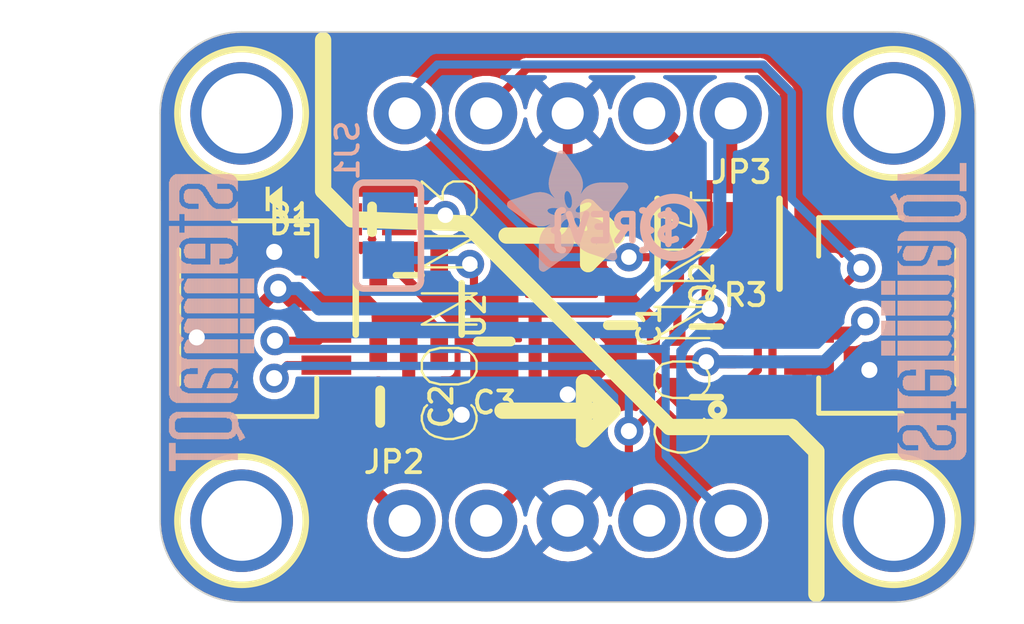
<source format=kicad_pcb>
(kicad_pcb (version 20221018) (generator pcbnew)
  (layers (0 "F.Cu" signal) (31 "B.Cu" signal) (34 "B.Paste" user) (35 "F.Paste" user) (36 "B.SilkS" user "B.Silkscreen") (37 "F.SilkS" user "F.Silkscreen") (38 "B.Mask" user) (39 "F.Mask" user) (44 "Edge.Cuts" user))
  (net 0 "")
  (net 1 "GND")
  (net 2 "SDA")
  (net 3 "SCL")
  (net 4 "SCL_3V")
  (net 5 "SDA_3V")
  (net 6 "3.3V")
  (net 7 "VCC")
  (net 8 "N$1")
  (net 9 "N$2")
  (footprint "working:0603-NO" (layer "F.Cu") (at 150.1521 105.2576 -90)
    (fp_text reference "C1" (at -0.762 -0.889 90) (layer "F.SilkS") (effects (font (size 0.692831 0.692831) (thickness 0.119969)) (justify right)))
    (fp_text value "0.1uF")
    (pad "1" smd rect (at -0.85 0 270) (size 1.075 1) (layers "F.Cu" "F.Paste" "F.Mask") (net 6 "3.3V"))
    (pad "2" smd rect (at 0.85 0 270) (size 1.075 1) (layers "F.Cu" "F.Paste" "F.Mask") (net 1 "GND"))
  )
  (footprint "working:SOT23-5" (layer "F.Cu") (at 143.5481 104.7496)
    (fp_text reference "U2" (at 2.032 -0.562 90) (layer "F.SilkS") (effects (font (size 0.692831 0.692831) (thickness 0.119969)) (justify right)))
    (fp_text value "RT9080/AP2112K-3.3")
    (pad "1" smd rect (at -0.95 1.3001) (size 0.55 1.2) (layers "F.Cu" "F.Paste" "F.Mask") (net 7 "VCC"))
    (pad "2" smd rect (at 0 1.3001) (size 0.55 1.2) (layers "F.Cu" "F.Paste" "F.Mask") (net 1 "GND"))
    (pad "3" smd rect (at 0.95 1.3001) (size 0.55 1.2) (layers "F.Cu" "F.Paste" "F.Mask") (net 7 "VCC"))
    (pad "4" smd rect (at 0.95 -1.3001) (size 0.55 1.2) (layers "F.Cu" "F.Paste" "F.Mask"))
    (pad "5" smd rect (at -0.95 -1.3001) (size 0.55 1.2) (layers "F.Cu" "F.Paste" "F.Mask") (net 6 "3.3V"))
  )
  (footprint "working:PLABEL6" (layer "F.Cu") (at 153.9621 96.8756 180)
    (fp_text reference "PLABEL6" hide)
    (fp_text value "" hide)
  )
  (footprint "working:0805-NO" (layer "F.Cu") (at 142.6591 107.7976)
    (fp_text reference "C2" (at 1.905 -0.762 90) (layer "F.SilkS") (effects (font (size 0.692831 0.692831) (thickness 0.119969)) (justify right)))
    (fp_text value "10uF")
    (pad "1" smd rect (at -0.95 0) (size 1.24 1.5) (layers "F.Cu" "F.Paste" "F.Mask") (net 7 "VCC"))
    (pad "2" smd rect (at 0.95 0) (size 1.24 1.5) (layers "F.Cu" "F.Paste" "F.Mask") (net 1 "GND"))
  )
  (footprint "working:PLABEL8" (layer "F.Cu") (at 148.3741 96.8756 180)
    (fp_text reference "PLABEL8" hide)
    (fp_text value "" hide)
  )
  (footprint "working:JST_SH4" (layer "F.Cu") (at 158.0261 105.0036 90)
    (fp_text reference "CONN4" (at -4.6 -5.9 90) (layer "F.SilkS") (effects (font (size 1.703222 1.703222) (thickness 0.074778)) (justify left)))
    (fp_text value "STEMMA_I2C_QT" hide)
    (pad "1" smd rect (at -1.5 -2.006 180) (size 1.55 0.6) (layers "F.Cu" "F.Paste" "F.Mask") (net 1 "GND"))
    (pad "2" smd rect (at -0.5 -2.006 180) (size 1.55 0.6) (layers "F.Cu" "F.Paste" "F.Mask") (net 6 "3.3V"))
    (pad "3" smd rect (at 0.5 -2.006 180) (size 1.55 0.6) (layers "F.Cu" "F.Paste" "F.Mask") (net 5 "SDA_3V"))
    (pad "4" smd rect (at 1.5 -2.006 180) (size 1.55 0.6) (layers "F.Cu" "F.Paste" "F.Mask") (net 4 "SCL_3V"))
    (pad "MT1" smd rect (at -2.8 1.894 180) (size 1.8 1.2) (layers "F.Cu" "F.Paste" "F.Mask") (net 1 "GND"))
    (pad "MT2" smd rect (at 2.8 1.894 180) (size 1.8 1.2) (layers "F.Cu" "F.Paste" "F.Mask") (net 1 "GND"))
  )
  (footprint "working:CHIPLED_0603_NOOUTLINE" (layer "F.Cu") (at 139.3571 101.3206 90)
    (fp_text reference "D1" (at -0.762 1.27) (layer "F.SilkS") (effects (font (size 0.692831 0.692831) (thickness 0.119969)) (justify right)))
    (fp_text value "GREEN")
    (pad "A" smd rect (at 0 0.75 90) (size 0.8 0.8) (layers "F.Cu" "F.Paste" "F.Mask") (net 8 "N$1"))
    (pad "C" smd rect (at 0 -0.75 90) (size 0.8 0.8) (layers "F.Cu" "F.Paste" "F.Mask") (net 1 "GND"))
  )
  (footprint "working:MOUNTINGHOLE_2.5_PLATED" (layer "F.Cu") (at 158.6611 111.3536)
    (fp_text reference "U$21" hide)
    (fp_text value "MOUNTINGHOLE2.5" hide)
    (pad "P$1" thru_hole circle (at 0 0) (size 3.2 3.2) (drill 2.5) (layers "*.Cu" "*.Mask"))
    (zone (net 0) (net_name "") (layer "F.Cu") (connect_pads (clearance 0)) (min_thickness 0.25)
      (keepout (tracks not_allowed) (vias not_allowed) (pads not_allowed) (copperpour not_allowed) (footprints allowed))
      (fill (thermal_gap 0.5) (thermal_bridge_width 0.5))
      (polygon (pts (xy 160.6771 111.3536) (xy 160.65748 111.073027) (xy 160.599004 110.797915) (xy 160.502808 110.533619) (xy 160.370765 110.285283) (xy 160.205446 110.05774) (xy 160.010067 109.85542) (xy 159.788433 109.68226) (xy 159.544856 109.541631) (xy 159.284078 109.43627) (xy 159.011175 109.368228) (xy 158.731457 109.338828) (xy 158.450371 109.348644) (xy 158.173385 109.397484) (xy 157.905893 109.484397) (xy 157.6531 109.607693) (xy 157.419926 109.76497) (xy 157.210911 109.953169) (xy 157.030122 110.168625) (xy 156.881078 110.407145) (xy 156.76668 110.664087) (xy 156.689154 110.93445) (xy 156.650011 111.212971) (xy 156.650011 111.494229) (xy 156.689154 111.77275) (xy 156.76668 112.043113) (xy 156.881078 112.300055) (xy 157.030122 112.538575) (xy 157.210911 112.754031) (xy 157.419926 112.94223) (xy 157.6531 113.099507) (xy 157.905893 113.222803) (xy 158.173385 113.309716) (xy 158.450371 113.358556) (xy 158.731457 113.368372) (xy 159.011175 113.338972) (xy 159.284078 113.27093) (xy 159.544856 113.165569) (xy 159.788433 113.02494) (xy 160.010067 112.85178) (xy 160.205446 112.64946) (xy 160.370765 112.421917) (xy 160.502808 112.173581) (xy 160.599004 111.909285) (xy 160.65748 111.634173)))
      (polygon (pts (xy 158.6451 111.3536) (xy 158.649786 111.364914) (xy 158.6611 111.3696) (xy 158.672414 111.364914) (xy 158.6771 111.3536) (xy 158.672414 111.342286) (xy 158.6611 111.3376) (xy 158.649786 111.342286)))
    )
    (zone (net 0) (net_name "") (layer "B.Cu") (connect_pads (clearance 0)) (min_thickness 0.25)
      (keepout (tracks not_allowed) (vias not_allowed) (pads not_allowed) (copperpour not_allowed) (footprints allowed))
      (fill (thermal_gap 0.5) (thermal_bridge_width 0.5))
      (polygon (pts (xy 160.6771 111.3536) (xy 160.65748 111.073027) (xy 160.599004 110.797915) (xy 160.502808 110.533619) (xy 160.370765 110.285283) (xy 160.205446 110.05774) (xy 160.010067 109.85542) (xy 159.788433 109.68226) (xy 159.544856 109.541631) (xy 159.284078 109.43627) (xy 159.011175 109.368228) (xy 158.731457 109.338828) (xy 158.450371 109.348644) (xy 158.173385 109.397484) (xy 157.905893 109.484397) (xy 157.6531 109.607693) (xy 157.419926 109.76497) (xy 157.210911 109.953169) (xy 157.030122 110.168625) (xy 156.881078 110.407145) (xy 156.76668 110.664087) (xy 156.689154 110.93445) (xy 156.650011 111.212971) (xy 156.650011 111.494229) (xy 156.689154 111.77275) (xy 156.76668 112.043113) (xy 156.881078 112.300055) (xy 157.030122 112.538575) (xy 157.210911 112.754031) (xy 157.419926 112.94223) (xy 157.6531 113.099507) (xy 157.905893 113.222803) (xy 158.173385 113.309716) (xy 158.450371 113.358556) (xy 158.731457 113.368372) (xy 159.011175 113.338972) (xy 159.284078 113.27093) (xy 159.544856 113.165569) (xy 159.788433 113.02494) (xy 160.010067 112.85178) (xy 160.205446 112.64946) (xy 160.370765 112.421917) (xy 160.502808 112.173581) (xy 160.599004 111.909285) (xy 160.65748 111.634173)))
      (polygon (pts (xy 158.6451 111.3536) (xy 158.649786 111.364914) (xy 158.6611 111.3696) (xy 158.672414 111.364914) (xy 158.6771 111.3536) (xy 158.672414 111.342286) (xy 158.6611 111.3376) (xy 158.649786 111.342286)))
    )
  )
  (footprint "working:PLABEL1" (layer "F.Cu") (at 145.9611 113.0046)
    (fp_text reference "PLABEL1" hide)
    (fp_text value "" hide)
  )
  (footprint "working:MOUNTINGHOLE_2.5_PLATED" (layer "F.Cu") (at 138.3411 98.6536)
    (fp_text reference "U$1" hide)
    (fp_text value "MOUNTINGHOLE2.5" hide)
    (pad "P$1" thru_hole circle (at 0 0) (size 3.2 3.2) (drill 2.5) (layers "*.Cu" "*.Mask"))
    (zone (net 0) (net_name "") (layer "F.Cu") (connect_pads (clearance 0)) (min_thickness 0.25)
      (keepout (tracks not_allowed) (vias not_allowed) (pads not_allowed) (copperpour not_allowed) (footprints allowed))
      (fill (thermal_gap 0.5) (thermal_bridge_width 0.5))
      (polygon (pts (xy 140.3571 98.6536) (xy 140.33748 98.373027) (xy 140.279004 98.097915) (xy 140.182808 97.833619) (xy 140.050765 97.585283) (xy 139.885446 97.35774) (xy 139.690067 97.15542) (xy 139.468433 96.98226) (xy 139.224856 96.841631) (xy 138.964078 96.73627) (xy 138.691175 96.668228) (xy 138.411457 96.638828) (xy 138.130371 96.648644) (xy 137.853385 96.697484) (xy 137.585893 96.784397) (xy 137.3331 96.907693) (xy 137.099926 97.06497) (xy 136.890911 97.253169) (xy 136.710122 97.468625) (xy 136.561078 97.707145) (xy 136.44668 97.964087) (xy 136.369154 98.23445) (xy 136.330011 98.512971) (xy 136.330011 98.794229) (xy 136.369154 99.07275) (xy 136.44668 99.343113) (xy 136.561078 99.600055) (xy 136.710122 99.838575) (xy 136.890911 100.054031) (xy 137.099926 100.24223) (xy 137.3331 100.399507) (xy 137.585893 100.522803) (xy 137.853385 100.609716) (xy 138.130371 100.658556) (xy 138.411457 100.668372) (xy 138.691175 100.638972) (xy 138.964078 100.57093) (xy 139.224856 100.465569) (xy 139.468433 100.32494) (xy 139.690067 100.15178) (xy 139.885446 99.94946) (xy 140.050765 99.721917) (xy 140.182808 99.473581) (xy 140.279004 99.209285) (xy 140.33748 98.934173)))
      (polygon (pts (xy 138.3251 98.6536) (xy 138.329786 98.664914) (xy 138.3411 98.6696) (xy 138.352414 98.664914) (xy 138.3571 98.6536) (xy 138.352414 98.642286) (xy 138.3411 98.6376) (xy 138.329786 98.642286)))
    )
    (zone (net 0) (net_name "") (layer "B.Cu") (connect_pads (clearance 0)) (min_thickness 0.25)
      (keepout (tracks not_allowed) (vias not_allowed) (pads not_allowed) (copperpour not_allowed) (footprints allowed))
      (fill (thermal_gap 0.5) (thermal_bridge_width 0.5))
      (polygon (pts (xy 140.3571 98.6536) (xy 140.33748 98.373027) (xy 140.279004 98.097915) (xy 140.182808 97.833619) (xy 140.050765 97.585283) (xy 139.885446 97.35774) (xy 139.690067 97.15542) (xy 139.468433 96.98226) (xy 139.224856 96.841631) (xy 138.964078 96.73627) (xy 138.691175 96.668228) (xy 138.411457 96.638828) (xy 138.130371 96.648644) (xy 137.853385 96.697484) (xy 137.585893 96.784397) (xy 137.3331 96.907693) (xy 137.099926 97.06497) (xy 136.890911 97.253169) (xy 136.710122 97.468625) (xy 136.561078 97.707145) (xy 136.44668 97.964087) (xy 136.369154 98.23445) (xy 136.330011 98.512971) (xy 136.330011 98.794229) (xy 136.369154 99.07275) (xy 136.44668 99.343113) (xy 136.561078 99.600055) (xy 136.710122 99.838575) (xy 136.890911 100.054031) (xy 137.099926 100.24223) (xy 137.3331 100.399507) (xy 137.585893 100.522803) (xy 137.853385 100.609716) (xy 138.130371 100.658556) (xy 138.411457 100.668372) (xy 138.691175 100.638972) (xy 138.964078 100.57093) (xy 139.224856 100.465569) (xy 139.468433 100.32494) (xy 139.690067 100.15178) (xy 139.885446 99.94946) (xy 140.050765 99.721917) (xy 140.182808 99.473581) (xy 140.279004 99.209285) (xy 140.33748 98.934173)))
      (polygon (pts (xy 138.3251 98.6536) (xy 138.329786 98.664914) (xy 138.3411 98.6696) (xy 138.352414 98.664914) (xy 138.3571 98.6536) (xy 138.352414 98.642286) (xy 138.3411 98.6376) (xy 138.329786 98.642286)))
    )
  )
  (footprint "working:PLABEL11" (layer "F.Cu") (at 148.5011 109.4486)
    (fp_text reference "PLABEL11" hide)
    (fp_text value "" hide)
  )
  (footprint "working:RESPACK_4X0603" (layer "F.Cu") (at 153.2001 102.7176 180)
    (fp_text reference "R3" (at -1.6 -1.6) (layer "F.SilkS") (effects (font (size 0.692831 0.692831) (thickness 0.119969)) (justify right)))
    (fp_text value "10K Pack")
    (pad "1" smd rect (at -1.3 0.85 180) (size 0.45 0.9) (layers "F.Cu" "F.Paste" "F.Mask") (net 7 "VCC"))
    (pad "2" smd rect (at -0.4 0.85 180) (size 0.45 0.9) (layers "F.Cu" "F.Paste" "F.Mask") (net 6 "3.3V"))
    (pad "3" smd rect (at 0.4 0.85 180) (size 0.45 0.9) (layers "F.Cu" "F.Paste" "F.Mask") (net 7 "VCC"))
    (pad "4" smd rect (at 1.3 0.85 180) (size 0.45 0.9) (layers "F.Cu" "F.Paste" "F.Mask") (net 6 "3.3V"))
    (pad "5" smd rect (at 1.3 -0.85 180) (size 0.45 0.9) (layers "F.Cu" "F.Paste" "F.Mask") (net 5 "SDA_3V"))
    (pad "6" smd rect (at 0.4 -0.85 180) (size 0.45 0.9) (layers "F.Cu" "F.Paste" "F.Mask") (net 2 "SDA"))
    (pad "7" smd rect (at -0.4 -0.85 180) (size 0.45 0.9) (layers "F.Cu" "F.Paste" "F.Mask") (net 4 "SCL_3V"))
    (pad "8" smd rect (at -1.3 -0.85 180) (size 0.45 0.9) (layers "F.Cu" "F.Paste" "F.Mask") (net 3 "SCL"))
  )
  (footprint "working:PLABEL9" (layer "F.Cu") (at 145.8341 96.8756 180)
    (fp_text reference "PLABEL9" hide)
    (fp_text value "" hide)
  )
  (footprint "working:SOT363" (layer "F.Cu") (at 152.8191 106.4006 90)
    (fp_text reference "Q2" (at 1.651 -0.127 90) (layer "F.SilkS") (effects (font (size 0.692831 0.692831) (thickness 0.119969)) (justify left)))
    (fp_text value "BSS138")
    (pad "1" smd rect (at -0.75 0.9 90) (size 0.5 0.5) (layers "F.Cu" "F.Paste" "F.Mask") (net 4 "SCL_3V"))
    (pad "2" smd rect (at 0 0.9 90) (size 0.4 0.5) (layers "F.Cu" "F.Paste" "F.Mask") (net 6 "3.3V"))
    (pad "3" smd rect (at 0.75 0.9 90) (size 0.5 0.5) (layers "F.Cu" "F.Paste" "F.Mask") (net 2 "SDA"))
    (pad "4" smd rect (at 0.75 -0.9 90) (size 0.5 0.5) (layers "F.Cu" "F.Paste" "F.Mask") (net 5 "SDA_3V"))
    (pad "5" smd rect (at 0 -0.9 90) (size 0.4 0.5) (layers "F.Cu" "F.Paste" "F.Mask") (net 6 "3.3V"))
    (pad "6" smd rect (at -0.75 -0.9 90) (size 0.5 0.5) (layers "F.Cu" "F.Paste" "F.Mask") (net 3 "SCL"))
  )
  (footprint "working:PLABEL0" (layer "F.Cu") (at 142.9131 113.0046)
    (fp_text reference "PLABEL0" hide)
    (fp_text value "" hide)
  )
  (footprint "working:PLABEL10" (layer "F.Cu") (at 142.7861 96.8756 180)
    (fp_text reference "PLABEL10" hide)
    (fp_text value "" hide)
  )
  (footprint "working:0603-NO" (layer "F.Cu") (at 142.4051 101.9556 180)
    (fp_text reference "R1" (at 1.778 0.127) (layer "F.SilkS") (effects (font (size 0.692831 0.692831) (thickness 0.119969)) (justify right)))
    (fp_text value "10K")
    (pad "1" smd rect (at -0.85 0 180) (size 1.075 1) (layers "F.Cu" "F.Paste" "F.Mask") (net 9 "N$2"))
    (pad "2" smd rect (at 0.85 0 180) (size 1.075 1) (layers "F.Cu" "F.Paste" "F.Mask") (net 8 "N$1"))
  )
  (footprint "working:PLABEL3" (layer "F.Cu") (at 151.4221 113.0046)
    (fp_text reference "PLABEL3" hide)
    (fp_text value "" hide)
  )
  (footprint "working:PLABEL7" (layer "F.Cu") (at 151.0411 96.8756 180)
    (fp_text reference "PLABEL7" hide)
    (fp_text value "" hide)
  )
  (footprint "working:PLABEL12" (layer "F.Cu") (at 148.5011 100.5586 180)
    (fp_text reference "PLABEL12" hide)
    (fp_text value "" hide)
  )
  (footprint "working:PLABEL2" (layer "F.Cu") (at 148.6281 113.0046)
    (fp_text reference "PLABEL2" hide)
    (fp_text value "" hide)
  )
  (footprint "working:1X05_ROUND_76" (layer "F.Cu") (at 148.5011 98.6536 180)
    (fp_text reference "JP3" (at -6.4262 -1.8288) (layer "F.SilkS") (effects (font (size 0.692831 0.692831) (thickness 0.119969)) (justify right)))
    (fp_text value "")
    (pad "1" thru_hole circle (at -5.08 0 270) (size 1.9304 1.9304) (drill 1) (layers "*.Cu" "*.Mask") (net 7 "VCC"))
    (pad "2" thru_hole circle (at -2.54 0 270) (size 1.9304 1.9304) (drill 1) (layers "*.Cu" "*.Mask") (net 6 "3.3V"))
    (pad "3" thru_hole circle (at 0 0 270) (size 1.9304 1.9304) (drill 1) (layers "*.Cu" "*.Mask") (net 1 "GND"))
    (pad "4" thru_hole circle (at 2.54 0 270) (size 1.9304 1.9304) (drill 1) (layers "*.Cu" "*.Mask") (net 4 "SCL_3V"))
    (pad "5" thru_hole circle (at 5.08 0 270) (size 1.9304 1.9304) (drill 1) (layers "*.Cu" "*.Mask") (net 5 "SDA_3V"))
  )
  (footprint "working:JST_SH4" (layer "F.Cu") (at 138.9761 105.0036 -90)
    (fp_text reference "CONN3" (at -4.6 -5.9 90) (layer "F.SilkS") (effects (font (size 1.703222 1.703222) (thickness 0.074778)) (justify right)))
    (fp_text value "STEMMA_I2C_QT" hide)
    (pad "1" smd rect (at -1.5 -2.006) (size 1.55 0.6) (layers "F.Cu" "F.Paste" "F.Mask") (net 1 "GND"))
    (pad "2" smd rect (at -0.5 -2.006) (size 1.55 0.6) (layers "F.Cu" "F.Paste" "F.Mask") (net 7 "VCC"))
    (pad "3" smd rect (at 0.5 -2.006) (size 1.55 0.6) (layers "F.Cu" "F.Paste" "F.Mask") (net 2 "SDA"))
    (pad "4" smd rect (at 1.5 -2.006) (size 1.55 0.6) (layers "F.Cu" "F.Paste" "F.Mask") (net 3 "SCL"))
    (pad "MT1" smd rect (at -2.8 1.894) (size 1.8 1.2) (layers "F.Cu" "F.Paste" "F.Mask") (net 1 "GND"))
    (pad "MT2" smd rect (at 2.8 1.894) (size 1.8 1.2) (layers "F.Cu" "F.Paste" "F.Mask") (net 1 "GND"))
  )
  (footprint "working:1X05_ROUND_76" (layer "F.Cu") (at 148.5011 111.3536)
    (fp_text reference "JP2" (at -6.4262 -1.8288) (layer "F.SilkS") (effects (font (size 0.692831 0.692831) (thickness 0.119969)) (justify left)))
    (fp_text value "")
    (pad "1" thru_hole circle (at -5.08 0 90) (size 1.9304 1.9304) (drill 1) (layers "*.Cu" "*.Mask") (net 7 "VCC"))
    (pad "2" thru_hole circle (at -2.54 0 90) (size 1.9304 1.9304) (drill 1) (layers "*.Cu" "*.Mask") (net 6 "3.3V"))
    (pad "3" thru_hole circle (at 0 0 90) (size 1.9304 1.9304) (drill 1) (layers "*.Cu" "*.Mask") (net 1 "GND"))
    (pad "4" thru_hole circle (at 2.54 0 90) (size 1.9304 1.9304) (drill 1) (layers "*.Cu" "*.Mask") (net 3 "SCL"))
    (pad "5" thru_hole circle (at 5.08 0 90) (size 1.9304 1.9304) (drill 1) (layers "*.Cu" "*.Mask") (net 2 "SDA"))
  )
  (footprint "working:PLABEL5" (layer "F.Cu") (at 136.0551 101.4476)
    (fp_text reference "PLABEL5" hide)
    (fp_text value "" hide)
  )
  (footprint "working:MOUNTINGHOLE_2.5_PLATED" (layer "F.Cu") (at 138.3411 111.3536)
    (fp_text reference "U$19" hide)
    (fp_text value "MOUNTINGHOLE2.5" hide)
    (pad "P$1" thru_hole circle (at 0 0) (size 3.2 3.2) (drill 2.5) (layers "*.Cu" "*.Mask"))
    (zone (net 0) (net_name "") (layer "F.Cu") (connect_pads (clearance 0)) (min_thickness 0.25)
      (keepout (tracks not_allowed) (vias not_allowed) (pads not_allowed) (copperpour not_allowed) (footprints allowed))
      (fill (thermal_gap 0.5) (thermal_bridge_width 0.5))
      (polygon (pts (xy 140.3571 111.3536) (xy 140.33748 111.073027) (xy 140.279004 110.797915) (xy 140.182808 110.533619) (xy 140.050765 110.285283) (xy 139.885446 110.05774) (xy 139.690067 109.85542) (xy 139.468433 109.68226) (xy 139.224856 109.541631) (xy 138.964078 109.43627) (xy 138.691175 109.368228) (xy 138.411457 109.338828) (xy 138.130371 109.348644) (xy 137.853385 109.397484) (xy 137.585893 109.484397) (xy 137.3331 109.607693) (xy 137.099926 109.76497) (xy 136.890911 109.953169) (xy 136.710122 110.168625) (xy 136.561078 110.407145) (xy 136.44668 110.664087) (xy 136.369154 110.93445) (xy 136.330011 111.212971) (xy 136.330011 111.494229) (xy 136.369154 111.77275) (xy 136.44668 112.043113) (xy 136.561078 112.300055) (xy 136.710122 112.538575) (xy 136.890911 112.754031) (xy 137.099926 112.94223) (xy 137.3331 113.099507) (xy 137.585893 113.222803) (xy 137.853385 113.309716) (xy 138.130371 113.358556) (xy 138.411457 113.368372) (xy 138.691175 113.338972) (xy 138.964078 113.27093) (xy 139.224856 113.165569) (xy 139.468433 113.02494) (xy 139.690067 112.85178) (xy 139.885446 112.64946) (xy 140.050765 112.421917) (xy 140.182808 112.173581) (xy 140.279004 111.909285) (xy 140.33748 111.634173)))
      (polygon (pts (xy 138.3251 111.3536) (xy 138.329786 111.364914) (xy 138.3411 111.3696) (xy 138.352414 111.364914) (xy 138.3571 111.3536) (xy 138.352414 111.342286) (xy 138.3411 111.3376) (xy 138.329786 111.342286)))
    )
    (zone (net 0) (net_name "") (layer "B.Cu") (connect_pads (clearance 0)) (min_thickness 0.25)
      (keepout (tracks not_allowed) (vias not_allowed) (pads not_allowed) (copperpour not_allowed) (footprints allowed))
      (fill (thermal_gap 0.5) (thermal_bridge_width 0.5))
      (polygon (pts (xy 140.3571 111.3536) (xy 140.33748 111.073027) (xy 140.279004 110.797915) (xy 140.182808 110.533619) (xy 140.050765 110.285283) (xy 139.885446 110.05774) (xy 139.690067 109.85542) (xy 139.468433 109.68226) (xy 139.224856 109.541631) (xy 138.964078 109.43627) (xy 138.691175 109.368228) (xy 138.411457 109.338828) (xy 138.130371 109.348644) (xy 137.853385 109.397484) (xy 137.585893 109.484397) (xy 137.3331 109.607693) (xy 137.099926 109.76497) (xy 136.890911 109.953169) (xy 136.710122 110.168625) (xy 136.561078 110.407145) (xy 136.44668 110.664087) (xy 136.369154 110.93445) (xy 136.330011 111.212971) (xy 136.330011 111.494229) (xy 136.369154 111.77275) (xy 136.44668 112.043113) (xy 136.561078 112.300055) (xy 136.710122 112.538575) (xy 136.890911 112.754031) (xy 137.099926 112.94223) (xy 137.3331 113.099507) (xy 137.585893 113.222803) (xy 137.853385 113.309716) (xy 138.130371 113.358556) (xy 138.411457 113.368372) (xy 138.691175 113.338972) (xy 138.964078 113.27093) (xy 139.224856 113.165569) (xy 139.468433 113.02494) (xy 139.690067 112.85178) (xy 139.885446 112.64946) (xy 140.050765 112.421917) (xy 140.182808 112.173581) (xy 140.279004 111.909285) (xy 140.33748 111.634173)))
      (polygon (pts (xy 138.3251 111.3536) (xy 138.329786 111.364914) (xy 138.3411 111.3696) (xy 138.352414 111.364914) (xy 138.3571 111.3536) (xy 138.352414 111.342286) (xy 138.3411 111.3376) (xy 138.329786 111.342286)))
    )
  )
  (footprint "working:FIDUCIAL_1MM" (layer "F.Cu") (at 159.8041 105.7656)
    (fp_text reference "FID3" hide)
    (fp_text value "FIDUCIAL_1MM" hide)
    (pad "1" smd roundrect (at 0 0) (size 1 1) (layers "F.Cu" "F.Mask") (roundrect_rratio 0.5))
  )
  (footprint "working:MOUNTINGHOLE_2.5_PLATED" (layer "F.Cu") (at 158.6611 98.6536)
    (fp_text reference "U$17" hide)
    (fp_text value "MOUNTINGHOLE2.5" hide)
    (pad "P$1" thru_hole circle (at 0 0) (size 3.2 3.2) (drill 2.5) (layers "*.Cu" "*.Mask"))
    (zone (net 0) (net_name "") (layer "F.Cu") (connect_pads (clearance 0)) (min_thickness 0.25)
      (keepout (tracks not_allowed) (vias not_allowed) (pads not_allowed) (copperpour not_allowed) (footprints allowed))
      (fill (thermal_gap 0.5) (thermal_bridge_width 0.5))
      (polygon (pts (xy 160.6771 98.6536) (xy 160.65748 98.373027) (xy 160.599004 98.097915) (xy 160.502808 97.833619) (xy 160.370765 97.585283) (xy 160.205446 97.35774) (xy 160.010067 97.15542) (xy 159.788433 96.98226) (xy 159.544856 96.841631) (xy 159.284078 96.73627) (xy 159.011175 96.668228) (xy 158.731457 96.638828) (xy 158.450371 96.648644) (xy 158.173385 96.697484) (xy 157.905893 96.784397) (xy 157.6531 96.907693) (xy 157.419926 97.06497) (xy 157.210911 97.253169) (xy 157.030122 97.468625) (xy 156.881078 97.707145) (xy 156.76668 97.964087) (xy 156.689154 98.23445) (xy 156.650011 98.512971) (xy 156.650011 98.794229) (xy 156.689154 99.07275) (xy 156.76668 99.343113) (xy 156.881078 99.600055) (xy 157.030122 99.838575) (xy 157.210911 100.054031) (xy 157.419926 100.24223) (xy 157.6531 100.399507) (xy 157.905893 100.522803) (xy 158.173385 100.609716) (xy 158.450371 100.658556) (xy 158.731457 100.668372) (xy 159.011175 100.638972) (xy 159.284078 100.57093) (xy 159.544856 100.465569) (xy 159.788433 100.32494) (xy 160.010067 100.15178) (xy 160.205446 99.94946) (xy 160.370765 99.721917) (xy 160.502808 99.473581) (xy 160.599004 99.209285) (xy 160.65748 98.934173)))
      (polygon (pts (xy 158.6451 98.6536) (xy 158.649786 98.664914) (xy 158.6611 98.6696) (xy 158.672414 98.664914) (xy 158.6771 98.6536) (xy 158.672414 98.642286) (xy 158.6611 98.6376) (xy 158.649786 98.642286)))
    )
    (zone (net 0) (net_name "") (layer "B.Cu") (connect_pads (clearance 0)) (min_thickness 0.25)
      (keepout (tracks not_allowed) (vias not_allowed) (pads not_allowed) (copperpour not_allowed) (footprints allowed))
      (fill (thermal_gap 0.5) (thermal_bridge_width 0.5))
      (polygon (pts (xy 160.6771 98.6536) (xy 160.65748 98.373027) (xy 160.599004 98.097915) (xy 160.502808 97.833619) (xy 160.370765 97.585283) (xy 160.205446 97.35774) (xy 160.010067 97.15542) (xy 159.788433 96.98226) (xy 159.544856 96.841631) (xy 159.284078 96.73627) (xy 159.011175 96.668228) (xy 158.731457 96.638828) (xy 158.450371 96.648644) (xy 158.173385 96.697484) (xy 157.905893 96.784397) (xy 157.6531 96.907693) (xy 157.419926 97.06497) (xy 157.210911 97.253169) (xy 157.030122 97.468625) (xy 156.881078 97.707145) (xy 156.76668 97.964087) (xy 156.689154 98.23445) (xy 156.650011 98.512971) (xy 156.650011 98.794229) (xy 156.689154 99.07275) (xy 156.76668 99.343113) (xy 156.881078 99.600055) (xy 157.030122 99.838575) (xy 157.210911 100.054031) (xy 157.419926 100.24223) (xy 157.6531 100.399507) (xy 157.905893 100.522803) (xy 158.173385 100.609716) (xy 158.450371 100.658556) (xy 158.731457 100.668372) (xy 159.011175 100.638972) (xy 159.284078 100.57093) (xy 159.544856 100.465569) (xy 159.788433 100.32494) (xy 160.010067 100.15178) (xy 160.205446 99.94946) (xy 160.370765 99.721917) (xy 160.502808 99.473581) (xy 160.599004 99.209285) (xy 160.65748 98.934173)))
      (polygon (pts (xy 158.6451 98.6536) (xy 158.649786 98.664914) (xy 158.6611 98.6696) (xy 158.672414 98.664914) (xy 158.6771 98.6536) (xy 158.672414 98.642286) (xy 158.6611 98.6376) (xy 158.649786 98.642286)))
    )
  )
  (footprint "working:FIDUCIAL_1MM" (layer "F.Cu") (at 137.7061 104.1146)
    (fp_text reference "FID4" hide)
    (fp_text value "FIDUCIAL_1MM" hide)
    (pad "1" smd roundrect (at 0 0) (size 1 1) (layers "F.Cu" "F.Mask") (roundrect_rratio 0.5))
  )
  (footprint "working:PLABEL4" (layer "F.Cu") (at 154.4701 113.0046)
    (fp_text reference "PLABEL4" hide)
    (fp_text value "" hide)
  )
  (footprint "working:0805-NO" (layer "F.Cu") (at 146.2151 105.7656 -90)
    (fp_text reference "C3" (at 1.905 -0.762) (layer "F.SilkS") (effects (font (size 0.692831 0.692831) (thickness 0.119969)) (justify right)))
    (fp_text value "10uF")
    (pad "1" smd rect (at -0.95 0 270) (size 1.24 1.5) (layers "F.Cu" "F.Paste" "F.Mask") (net 6 "3.3V"))
    (pad "2" smd rect (at 0.95 0 270) (size 1.24 1.5) (layers "F.Cu" "F.Paste" "F.Mask") (net 1 "GND"))
  )
  (footprint "working:STEMMAQT" (layer "B.Cu") (at 138.7221 100.5586 -90)
    (fp_text reference "U$31" hide)
    (fp_text value "" hide)
  )
  (footprint "working:STEMMAQT" (layer "B.Cu") (at 158.2801 109.4486 90)
    (fp_text reference "U$30" hide)
    (fp_text value "" hide)
  )
  (footprint "working:PLABEL13" (layer "B.Cu") (at 141.0081 102.4636 90)
    (fp_text reference "PLABEL13" hide)
    (fp_text value "" hide)
  )
  (footprint "working:ADAFRUIT_3.5MM" (layer "B.Cu") (at 150.4061 103.6066 180)
    (fp_text reference "U$2" hide)
    (fp_text value "" hide)
  )
  (footprint "working:PLABEL14" (layer "B.Cu") (at 148.5011 107.0356 180)
    (fp_text reference "PLABEL14" hide)
    (fp_text value "" hide)
  )
  (footprint "working:SOLDERJUMPER_CLOSEDWIRE" (layer "B.Cu") (at 142.9131 102.4636 -90)
    (fp_text reference "SJ1" (at -1.651 1.27 -270) (layer "B.SilkS") (effects (font (size 0.692831 0.692831) (thickness 0.119969)) (justify right mirror)))
    (fp_text value "")
    (pad "1" smd rect (at -0.762 0 270) (size 1.1684 1.6002) (layers "B.Cu") (net 9 "N$2"))
    (pad "2" smd rect (at 0.762 0 270) (size 1.1684 1.6002) (layers "B.Cu") (net 6 "3.3V"))
    (pad "WIRE" smd rect (at 0 0 90) (size 0.635 0.2032) (layers "B.Cu"))
  )
  (footprint "working:PCBFEAT-REV-040" (layer "B.Cu") (at 151.8031 102.2096 180)
    (fp_text reference "U$25" hide)
    (fp_text value "" hide)
    (fp_text user "${REV}" (at -0.3556 -0.508) (layer "B.SilkS") (effects (font (size 0.8128 0.8128) (thickness 0.2032)) (justify left bottom mirror)))
  )
  (gr_line (start 145.3261 102.0826) (end 151.6761 108.4326) (stroke (width 0.508)) (layer "F.SilkS"))
  (gr_line (start 151.6761 108.4326) (end 155.4861 108.4326) (stroke (width 0.508)) (layer "F.SilkS"))
  (gr_line (start 140.8811 96.3676) (end 140.8811 101.0666) (stroke (width 0.508)) (layer "F.SilkS"))
  (gr_line (start 150.0251 102.4636) (end 149.1361 101.5746) (stroke (width 0.508)) (layer "F.SilkS"))
  (gr_line (start 149.1361 101.5746) (end 149.1361 103.3526) (stroke (width 0.508)) (layer "F.SilkS"))
  (gr_line (start 141.7701 101.9556) (end 145.3261 102.0826) (stroke (width 0.508)) (layer "F.SilkS"))
  (gr_line (start 149.0091 108.8136) (end 149.8981 107.9246) (stroke (width 0.508)) (layer "F.SilkS"))
  (gr_line (start 146.4691 107.9246) (end 149.8981 107.9246) (stroke (width 0.508)) (layer "F.SilkS"))
  (gr_line (start 155.4861 108.4326) (end 156.2481 109.1946) (stroke (width 0.508)) (layer "F.SilkS"))
  (gr_line (start 146.5961 102.4636) (end 150.0251 102.4636) (stroke (width 0.508)) (layer "F.SilkS"))
  (gr_line (start 149.1361 103.3526) (end 150.0251 102.4636) (stroke (width 0.508)) (layer "F.SilkS"))
  (gr_line (start 156.2481 109.1946) (end 156.2481 113.6396) (stroke (width 0.508)) (layer "F.SilkS"))
  (gr_line (start 140.8811 101.0666) (end 141.7701 101.9556) (stroke (width 0.508)) (layer "F.SilkS"))
  (gr_line (start 149.0091 107.0356) (end 149.0091 108.8136) (stroke (width 0.508)) (layer "F.SilkS"))
  (gr_line (start 149.8981 107.9246) (end 149.0091 107.0356) (stroke (width 0.508)) (layer "F.SilkS"))
  (gr_line (start 138.3411 113.8936) (end 158.6611 113.8936) (stroke (width 0.05)) (layer "Edge.Cuts"))
  (gr_line (start 161.2011 111.3536) (end 161.2011 98.6536) (stroke (width 0.05)) (layer "Edge.Cuts"))
  (gr_arc (start 161.2011 111.3536) (mid 160.457151 113.149651) (end 158.6611 113.8936) (stroke (width 0.05)) (layer "Edge.Cuts"))
  (gr_arc (start 135.8011 98.6536) (mid 136.545049 96.857549) (end 138.3411 96.1136) (stroke (width 0.05)) (layer "Edge.Cuts"))
  (gr_arc (start 158.6611 96.1136) (mid 160.457151 96.857549) (end 161.2011 98.6536) (stroke (width 0.05)) (layer "Edge.Cuts"))
  (gr_line (start 158.6611 96.1136) (end 138.3411 96.1136) (stroke (width 0.05)) (layer "Edge.Cuts"))
  (gr_line (start 135.8011 98.6536) (end 135.8011 111.3536) (stroke (width 0.05)) (layer "Edge.Cuts"))
  (gr_arc (start 138.3411 113.8936) (mid 136.545049 113.149651) (end 135.8011 111.3536) (stroke (width 0.05)) (layer "Edge.Cuts"))
  (segment (start 145.0721 100.6856) (end 148.2471 100.6856) (width 0.3048) (layer "F.Cu") (net 1))
  (segment (start 148.5011 100.4316) (end 148.5011 98.6536) (width 0.3048) (layer "F.Cu") (net 1))
  (segment (start 148.2471 100.6856) (end 148.5011 100.4316) (width 0.3048) (layer "F.Cu") (net 1))
  (segment (start 139.74739 100.313891) (end 144.70039 100.313891) (width 0.3048) (layer "F.Cu") (net 1))
  (segment (start 144.70039 100.313891) (end 145.0721 100.6856) (width 0.3048) (layer "F.Cu") (net 1))
  (segment (start 143.5481 106.0497) (end 143.5481 107.7366) (width 0.4064) (layer "F.Cu") (net 1))
  (segment (start 138.6071 101.3206) (end 139.1057 100.822) (width 0.3048) (layer "F.Cu") (net 1))
  (segment (start 143.6091 107.7976) (end 143.5481 107.7366) (width 0.4064) (layer "F.Cu") (net 1))
  (segment (start 139.1057 100.822) (end 139.239281 100.822) (width 0.3048) (layer "F.Cu") (net 1))
  (segment (start 139.239281 100.822) (end 139.74739 100.313891) (width 0.3048) (layer "F.Cu") (net 1))
  (via (at 136.9441 105.6386) (size 0.9064) (drill 0.5) (layers "F.Cu" "B.Cu") (net 1))
  (via (at 139.3571 102.9716) (size 0.9064) (drill 0.5) (layers "F.Cu" "B.Cu") (net 1))
  (via (at 148.5011 107.4166) (size 0.9064) (drill 0.5) (layers "F.Cu" "B.Cu") (net 1))
  (via (at 157.8991 106.6546) (size 0.9064) (drill 0.5) (layers "F.Cu" "B.Cu") (net 1))
  (via (at 145.1991 108.0516) (size 0.9064) (drill 0.5) (layers "F.Cu" "B.Cu") (net 1))
  (segment (start 140.9821 105.5036) (end 140.742706 105.742994) (width 0.254) (layer "F.Cu") (net 2))
  (segment (start 152.8001 103.5676) (end 152.8001 104.4566) (width 0.254) (layer "F.Cu") (net 2))
  (segment (start 153.7191 105.6506) (end 152.9271 104.8586) (width 0.254) (layer "F.Cu") (net 2))
  (segment (start 140.742706 105.742994) (end 139.379706 105.742994) (width 0.254) (layer "F.Cu") (net 2))
  (segment (start 152.9271 104.5836) (end 152.9271 104.7496) (width 0.254) (layer "F.Cu") (net 2))
  (segment (start 152.9271 104.5836) (end 152.8001 104.4566) (width 0.254) (layer "F.Cu") (net 2))
  (segment (start 152.9271 104.7496) (end 152.9271 104.8586) (width 0.254) (layer "F.Cu") (net 2))
  (via (at 139.379706 105.742994) (size 0.9064) (drill 0.5) (layers "F.Cu" "B.Cu") (net 2))
  (via (at 152.9271 104.7496) (size 0.9064) (drill 0.5) (layers "F.Cu" "B.Cu") (net 2))
  (segment (start 151.552706 105.996994) (end 151.552706 109.325207) (width 0.254) (layer "B.Cu") (net 2))
  (segment (start 151.552706 105.869994) (end 151.552706 105.996994) (width 0.254) (layer "B.Cu") (net 2))
  (segment (start 139.379706 105.742994) (end 139.633706 105.996994) (width 0.254) (layer "B.Cu") (net 2))
  (segment (start 152.6731 104.7496) (end 151.552706 105.869994) (width 0.254) (layer "B.Cu") (net 2))
  (segment (start 151.552706 109.325207) (end 153.5811 111.3536) (width 0.254) (layer "B.Cu") (net 2))
  (segment (start 152.9271 104.7496) (end 152.6731 104.7496) (width 0.254) (layer "B.Cu") (net 2))
  (segment (start 151.552706 105.996994) (end 139.633706 105.996994) (width 0.254) (layer "B.Cu") (net 2))
  (segment (start 139.3571 106.9086) (end 139.7621 106.5036) (width 0.254) (layer "F.Cu") (net 3))
  (segment (start 151.7916 107.5321) (end 151.7916 107.2781) (width 0.254) (layer "F.Cu") (net 3))
  (segment (start 154.8811 107.0056) (end 154.0891 107.7976) (width 0.254) (layer "F.Cu") (net 3))
  (segment (start 151.0411 111.3536) (end 150.4061 110.7186) (width 0.254) (layer "F.Cu") (net 3))
  (segment (start 150.5101 108.5596) (end 150.4061 108.5596) (width 0.254) (layer "F.Cu") (net 3))
  (segment (start 150.4061 108.5596) (end 150.4061 110.7186) (width 0.254) (layer "F.Cu") (net 3))
  (segment (start 151.9191 107.1506) (end 151.7916 107.2781) (width 0.254) (layer "F.Cu") (net 3))
  (segment (start 154.5001 103.5676) (end 154.8811 103.9486) (width 0.254) (layer "F.Cu") (net 3))
  (segment (start 139.7621 106.5036) (end 140.9821 106.5036) (width 0.254) (layer "F.Cu") (net 3))
  (segment (start 151.9191 107.1506) (end 150.5101 108.5596) (width 0.254) (layer "F.Cu") (net 3))
  (segment (start 154.0891 107.7976) (end 152.0571 107.7976) (width 0.254) (layer "F.Cu") (net 3))
  (segment (start 152.0571 107.7976) (end 151.7916 107.5321) (width 0.254) (layer "F.Cu") (net 3))
  (segment (start 154.8811 103.9486) (end 154.8811 107.0056) (width 0.254) (layer "F.Cu") (net 3))
  (via (at 139.3571 106.9086) (size 0.9064) (drill 0.5) (layers "F.Cu" "B.Cu") (net 3))
  (via (at 150.4061 108.5596) (size 0.9064) (drill 0.5) (layers "F.Cu" "B.Cu") (net 3))
  (segment (start 139.7381 106.5276) (end 139.3571 106.9086) (width 0.254) (layer "B.Cu") (net 3))
  (segment (start 149.6441 106.5276) (end 139.7381 106.5276) (width 0.254) (layer "B.Cu") (net 3))
  (segment (start 150.4061 107.2896) (end 150.4061 108.5596) (width 0.254) (layer "B.Cu") (net 3))
  (segment (start 150.4061 107.2896) (end 149.6441 106.5276) (width 0.254) (layer "B.Cu") (net 3))
  (segment (start 154.4239 106.6546) (end 153.9279 107.1506) (width 0.254) (layer "F.Cu") (net 4))
  (segment (start 155.4226 102.4001) (end 156.0201 102.9976) (width 0.254) (layer "F.Cu") (net 4))
  (segment (start 155.2321 102.2096) (end 155.2321 98.0186) (width 0.254) (layer "F.Cu") (net 4))
  (segment (start 154.4701 97.2566) (end 147.2311 97.2566) (width 0.254) (layer "F.Cu") (net 4))
  (segment (start 154.208125 102.7176) (end 155.1051 102.7176) (width 0.254) (layer "F.Cu") (net 4))
  (segment (start 154.4239 105.0844) (end 154.4239 106.6546) (width 0.254) (layer "F.Cu") (net 4))
  (segment (start 147.2311 97.2566) (end 145.9611 98.5266) (width 0.254) (layer "F.Cu") (net 4))
  (segment (start 145.9611 98.5266) (end 145.9611 98.6536) (width 0.254) (layer "F.Cu") (net 4))
  (segment (start 153.7191 107.1506) (end 153.9279 107.1506) (width 0.254) (layer "F.Cu") (net 4))
  (segment (start 153.6001 103.5676) (end 153.6001 104.2606) (width 0.254) (layer "F.Cu") (net 4))
  (segment (start 154.208125 102.7176) (end 153.6001 103.325625) (width 0.254) (layer "F.Cu") (net 4))
  (segment (start 153.6001 104.2606) (end 154.4239 105.0844) (width 0.254) (layer "F.Cu") (net 4))
  (segment (start 155.2321 102.2096) (end 155.4226 102.4001) (width 0.254) (layer "F.Cu") (net 4))
  (segment (start 153.6001 103.5676) (end 153.6001 103.325625) (width 0.254) (layer "F.Cu") (net 4))
  (segment (start 155.1051 102.7176) (end 155.4226 102.4001) (width 0.254) (layer "F.Cu") (net 4))
  (segment (start 155.2321 98.0186) (end 154.4701 97.2566) (width 0.254) (layer "F.Cu") (net 4))
  (segment (start 156.0201 102.9976) (end 156.0201 103.5036) (width 0.254) (layer "F.Cu") (net 4))
  (segment (start 156.6211 104.5036) (end 157.6451 103.4796) (width 0.254) (layer "F.Cu") (net 5))
  (segment (start 151.9191 105.6506) (end 151.9191 104.7616) (width 0.254) (layer "F.Cu") (net 5))
  (segment (start 156.0201 104.5036) (end 156.6211 104.5036) (width 0.254) (layer "F.Cu") (net 5))
  (segment (start 151.9001 103.5676) (end 151.4692 103.1367) (width 0.254) (layer "F.Cu") (net 5))
  (segment (start 150.4061 103.1367) (end 151.4692 103.1367) (width 0.254) (layer "F.Cu") (net 5))
  (segment (start 151.9191 104.7616) (end 151.9001 104.7426) (width 0.254) (layer "F.Cu") (net 5))
  (segment (start 151.9001 104.7426) (end 151.9001 103.5676) (width 0.254) (layer "F.Cu") (net 5))
  (via (at 157.6451 103.4796) (size 0.889) (drill 0.4826) (layers "F.Cu" "B.Cu") (net 5))
  (via (at 150.4061 103.1367) (size 0.889) (drill 0.4826) (layers "F.Cu" "B.Cu") (net 5))
  (segment (start 155.4861 98.0186) (end 154.5971 97.1296) (width 0.254) (layer "B.Cu") (net 5))
  (segment (start 155.4861 101.3206) (end 155.4861 98.0186) (width 0.254) (layer "B.Cu") (net 5))
  (segment (start 143.4211 98.1456) (end 143.4211 98.6536) (width 0.254) (layer "B.Cu") (net 5))
  (segment (start 148.0312 103.1367) (end 143.5481 98.6536) (width 0.254) (layer "B.Cu") (net 5))
  (segment (start 154.5971 97.1296) (end 144.4371 97.1296) (width 0.254) (layer "B.Cu") (net 5))
  (segment (start 143.4211 98.6536) (end 143.5481 98.6536) (width 0.254) (layer "B.Cu") (net 5))
  (segment (start 144.4371 97.1296) (end 143.4211 98.1456) (width 0.254) (layer "B.Cu") (net 5))
  (segment (start 157.6451 103.4796) (end 155.4861 101.3206) (width 0.254) (layer "B.Cu") (net 5))
  (segment (start 148.0312 103.1367) (end 150.4061 103.1367) (width 0.254) (layer "B.Cu") (net 5))
  (segment (start 150.1521 104.4076) (end 149.7441 104.8156) (width 0.4064) (layer "F.Cu") (net 6))
  (segment (start 153.6001 102.4446) (end 153.3271 102.7176) (width 0.3048) (layer "F.Cu") (net 6))
  (segment (start 145.4531 103.3526) (end 145.5801 103.4796) (width 0.254) (layer "F.Cu") (net 6))
  (segment (start 151.9001 102.4336) (end 151.9001 101.8676) (width 0.3048) (layer "F.Cu") (net 6))
  (segment (start 152.8191 106.4006) (end 153.7191 106.4006) (width 0.4064) (layer "F.Cu") (net 6))
  (segment (start 151.9001 101.8676) (end 151.5191 102.2486) (width 0.4064) (layer "F.Cu") (net 6))
  (segment (start 151.1681 105.1306) (end 150.0251 103.9876) (width 0.4064) (layer "F.Cu") (net 6))
  (segment (start 153.6001 101.8676) (end 153.6001 102.4446) (width 0.3048) (layer "F.Cu") (net 6))
  (segment (start 151.5191 102.2486) (end 149.5171 102.2486) (width 0.4064) (layer "F.Cu") (net 6))
  (segment (start 152.1841 102.7176) (end 151.9001 102.4336) (width 0.3048) (layer "F.Cu") (net 6))
  (segment (start 146.2151 104.8156) (end 147.4851 104.8156) (width 0.4064) (layer "F.Cu") (net 6))
  (segment (start 151.5491 106.4006) (end 151.9191 106.4006) (width 0.4064) (layer "F.Cu") (net 6))
  (segment (start 145.5801 103.4796) (end 145.5801 104.4956) (width 0.254) (layer "F.Cu") (net 6))
  (segment (start 144.1014 104.4448) (end 144.729568 104.4448) (width 0.3048) (layer "F.Cu") (net 6))
  (segment (start 147.4851 104.8156) (end 147.4851 109.8296) (width 0.4064) (layer "F.Cu") (net 6))
  (segment (start 156.0201 105.5036) (end 157.3991 105.5036) (width 0.4064) (layer "F.Cu") (net 6))
  (segment (start 151.9191 106.4006) (end 152.8191 106.4006) (width 0.4064) (layer "F.Cu") (net 6))
  (segment (start 145.8951 104.4956) (end 146.2151 104.8156) (width 0.4064) (layer "F.Cu") (net 6))
  (segment (start 144.8181 104.4956) (end 145.5801 104.4956) (width 0.4064) (layer "F.Cu") (net 6))
  (segment (start 157.3991 105.5036) (end 157.7721 105.1306) (width 0.4064) (layer "F.Cu") (net 6))
  (segment (start 143.1061 103.4495) (end 144.1014 104.4448) (width 0.3048) (layer "F.Cu") (net 6))
  (segment (start 151.1681 106.0196) (end 151.5491 106.4006) (width 0.4064) (layer "F.Cu") (net 6))
  (segment (start 149.5171 103.4796) (end 149.5171 102.2486) (width 0.4064) (layer "F.Cu") (net 6))
  (segment (start 151.9001 101.8676) (end 151.9001 99.5126) (width 0.3048) (layer "F.Cu") (net 6))
  (segment (start 145.5801 104.4956) (end 145.8951 104.4956) (width 0.4064) (layer "F.Cu") (net 6))
  (segment (start 149.7441 104.8156) (end 146.2151 104.8156) (width 0.4064) (layer "F.Cu") (net 6))
  (segment (start 151.9001 99.5126) (end 151.0411 98.6536) (width 0.3048) (layer "F.Cu") (net 6))
  (segment (start 150.1521 104.4076) (end 150.0251 104.2806) (width 0.4064) (layer "F.Cu") (net 6))
  (segment (start 150.0251 103.9876) (end 150.0251 104.2806) (width 0.4064) (layer "F.Cu") (net 6))
  (segment (start 144.780368 104.4956) (end 144.8181 104.4956) (width 0.3048) (layer "F.Cu") (net 6))
  (segment (start 144.729568 104.4448) (end 144.780368 104.4956) (width 0.3048) (layer "F.Cu") (net 6))
  (segment (start 142.5981 103.4495) (end 143.1061 103.4495) (width 0.4064) (layer "F.Cu") (net 6))
  (segment (start 145.9611 111.3536) (end 147.4851 109.8296) (width 0.4064) (layer "F.Cu") (net 6))
  (segment (start 153.3271 102.7176) (end 152.1841 102.7176) (width 0.3048) (layer "F.Cu") (net 6))
  (segment (start 150.0251 103.9876) (end 149.5171 103.4796) (width 0.4064) (layer "F.Cu") (net 6))
  (segment (start 151.1681 105.1306) (end 151.1681 106.0196) (width 0.4064) (layer "F.Cu") (net 6))
  (via (at 145.4531 103.3526) (size 0.889) (drill 0.4826) (layers "F.Cu" "B.Cu") (net 6))
  (via (at 152.8191 106.4006) (size 0.889) (drill 0.4826) (layers "F.Cu" "B.Cu") (net 6))
  (via (at 157.7721 105.1306) (size 0.889) (drill 0.4826) (layers "F.Cu" "B.Cu") (net 6))
  (segment (start 145.3261 103.2256) (end 142.9131 103.2256) (width 0.254) (layer "B.Cu") (net 6))
  (segment (start 156.5021 106.4006) (end 157.7721 105.1306) (width 0.4064) (layer "B.Cu") (net 6))
  (segment (start 145.3261 103.2256) (end 145.4531 103.3526) (width 0.254) (layer "B.Cu") (net 6))
  (segment (start 152.8191 106.4006) (end 156.5021 106.4006) (width 0.4064) (layer "B.Cu") (net 6))
  (segment (start 141.7091 109.6416) (end 143.4211 111.3536) (width 0.4064) (layer "F.Cu") (net 7))
  (segment (start 142.5981 104.8766) (end 142.5981 105.0036) (width 0.4064) (layer "F.Cu") (net 7))
  (segment (start 139.8731 104.5036) (end 140.9821 104.5036) (width 0.4064) (layer "F.Cu") (net 7))
  (segment (start 138.4681 107.5436) (end 138.4681 105.1306) (width 0.4064) (layer "F.Cu") (net 7))
  (segment (start 138.4681 105.1306) (end 139.4841 104.1146) (width 0.4064) (layer "F.Cu") (net 7))
  (segment (start 142.2251 104.5036) (end 140.9821 104.5036) (width 0.4064) (layer "F.Cu") (net 7))
  (segment (start 153.5811 98.6536) (end 153.5811 100.9396) (width 0.4064) (layer "F.Cu") (net 7))
  (segment (start 144.4981 106.0497) (end 144.4981 105.5116) (width 0.4064) (layer "F.Cu") (net 7))
  (segment (start 152.8001 101.8676) (end 152.8001 100.9396) (width 0.4064) (layer "F.Cu") (net 7))
  (segment (start 142.5981 105.0036) (end 142.5981 106.0497) (width 0.4064) (layer "F.Cu") (net 7))
  (segment (start 153.5811 100.9396) (end 154.0891 100.9396) (width 0.4064) (layer "F.Cu") (net 7))
  (segment (start 152.8001 100.9396) (end 153.5811 100.9396) (width 0.4064) (layer "F.Cu") (net 7))
  (segment (start 139.8731 104.5036) (end 139.4841 104.1146) (width 0.4064) (layer "F.Cu") (net 7))
  (segment (start 142.5981 104.8766) (end 142.2251 104.5036) (width 0.4064) (layer "F.Cu") (net 7))
  (segment (start 141.7091 107.7976) (end 141.7091 109.6416) (width 0.4064) (layer "F.Cu") (net 7))
  (segment (start 154.5001 101.3506) (end 154.5001 101.8676) (width 0.4064) (layer "F.Cu") (net 7))
  (segment (start 138.7221 107.7976) (end 138.4681 107.5436) (width 0.4064) (layer "F.Cu") (net 7))
  (segment (start 154.5001 101.3506) (end 154.0891 100.9396) (width 0.4064) (layer "F.Cu") (net 7))
  (segment (start 144.4981 105.5116) (end 143.9901 105.0036) (width 0.4064) (layer "F.Cu") (net 7))
  (segment (start 143.9901 105.0036) (end 142.5981 105.0036) (width 0.4064) (layer "F.Cu") (net 7))
  (segment (start 141.7091 107.7976) (end 138.7221 107.7976) (width 0.4064) (layer "F.Cu") (net 7))
  (via (at 139.4841 104.1146) (size 0.9064) (drill 0.5) (layers "F.Cu" "B.Cu") (net 7))
  (segment (start 140.1191 104.1146) (end 139.4841 104.1146) (width 0.4064) (layer "B.Cu") (net 7))
  (segment (start 153.2391 102.2486) (end 150.7381 104.7496) (width 0.4064) (layer "B.Cu") (net 7))
  (segment (start 150.7381 104.7496) (end 140.7541 104.7496) (width 0.4064) (layer "B.Cu") (net 7))
  (segment (start 140.7541 104.7496) (end 140.1191 104.1146) (width 0.4064) (layer "B.Cu") (net 7))
  (segment (start 153.2391 102.2486) (end 153.2391 98.9956) (width 0.4064) (layer "B.Cu") (net 7))
  (segment (start 153.2391 98.9956) (end 153.5811 98.6536) (width 0.4064) (layer "B.Cu") (net 7))
  (segment (start 140.7421 101.9556) (end 141.5551 101.9556) (width 0.254) (layer "F.Cu") (net 8))
  (segment (start 140.1071 101.3206) (end 140.7421 101.9556) (width 0.254) (layer "F.Cu") (net 8))
  (segment (start 143.2551 101.9556) (end 143.3821 101.8286) (width 0.254) (layer "F.Cu") (net 9))
  (segment (start 143.3821 101.8286) (end 144.6911 101.8286) (width 0.254) (layer "F.Cu") (net 9))
  (via (at 144.6911 101.8286) (size 0.889) (drill 0.4826) (layers "F.Cu" "B.Cu") (net 9))
  (segment (start 144.5641 101.7016) (end 142.9131 101.7016) (width 0.254) (layer "B.Cu") (net 9))
  (segment (start 144.6911 101.8286) (end 144.5641 101.7016) (width 0.254) (layer "B.Cu") (net 9))
  (zone (net 1) (net_name "GND") (layer "F.Cu") (priority 6) (connect_pads (clearance 0.000001)) (min_thickness 0.127) (fill yes (thermal_gap 0.304) (thermal_bridge_width 0.304))
    (polygon (pts (xy 161.3281 114.0206) (xy 135.6741 114.0206) (xy 135.6741 95.9866) (xy 161.3281 95.9866)))
  )
  (zone (net 1) (net_name "GND") (layer "B.Cu") (priority 6) (connect_pads (clearance 0.000001)) (min_thickness 0.127) (fill yes (thermal_gap 0.304) (thermal_bridge_width 0.304))
    (polygon (pts (xy 161.3281 114.0206) (xy 135.6741 114.0206) (xy 135.6741 95.9866) (xy 161.3281 95.9866)))
  )
)
</source>
